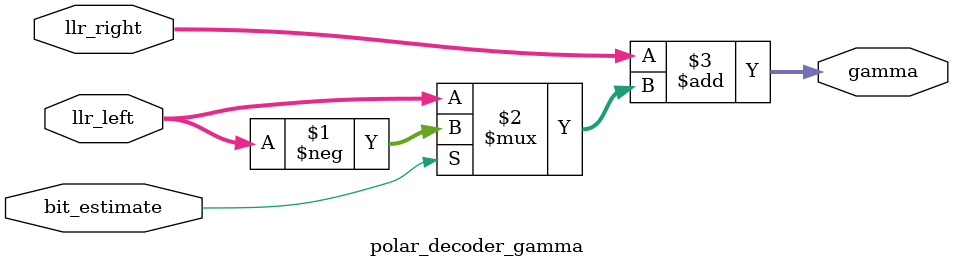
<source format=sv>
module polar_decoder_gamma #(
    parameter int WIDTH = 8
) (
    input  logic signed [WIDTH-1:0] llr_left,
    input  logic signed [WIDTH-1:0] llr_right,
    input  logic bit_estimate,
    output logic signed [WIDTH-1:0] gamma
);
    assign gamma = llr_right + (bit_estimate ? -llr_left : llr_left);
endmodule

</source>
